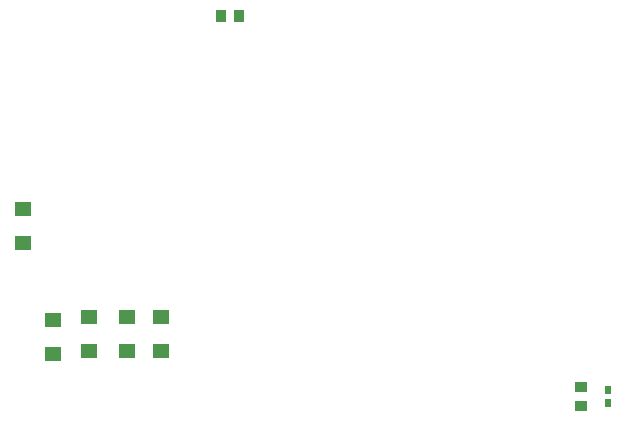
<source format=gbp>
G04*
G04 #@! TF.GenerationSoftware,Altium Limited,Altium Designer,24.4.1 (13)*
G04*
G04 Layer_Color=128*
%FSLAX44Y44*%
%MOMM*%
G71*
G04*
G04 #@! TF.SameCoordinates,A3252435-666A-4F3B-8FA1-24D8921DAC19*
G04*
G04*
G04 #@! TF.FilePolarity,Positive*
G04*
G01*
G75*
%ADD24R,0.6000X0.7500*%
%ADD161R,1.4000X1.3000*%
%ADD162R,0.8500X1.0000*%
%ADD163R,1.0000X0.9500*%
D24*
X511810Y184570D02*
D03*
Y173570D02*
D03*
D161*
X104140Y217910D02*
D03*
Y246910D02*
D03*
X41910Y215370D02*
D03*
Y244370D02*
D03*
X16510Y338350D02*
D03*
Y309350D02*
D03*
X72390Y217910D02*
D03*
Y246910D02*
D03*
X133350Y217910D02*
D03*
Y246910D02*
D03*
D162*
X199270Y501690D02*
D03*
X184270D02*
D03*
D163*
X488950Y171070D02*
D03*
Y187070D02*
D03*
M02*

</source>
